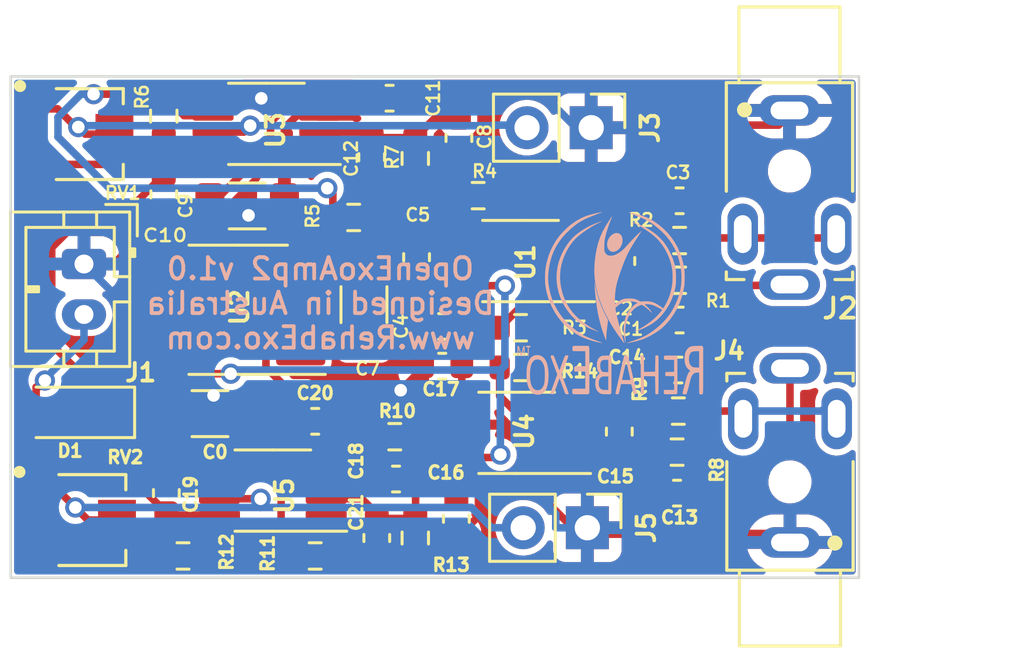
<source format=kicad_pcb>
(kicad_pcb (version 20211014) (generator pcbnew)
  (title_block (title "Differential Bio-amplifier") (date "2023-05-07") (rev "1.0") (company "RehabExo Pty Ltd") (comment 1 "Dr. Monzurul Alam"))
  (layers (0 "F.Cu" signal) (31 "B.Cu" signal) (34 "B.Paste" user) (35 "F.Paste" user) (36 "B.SilkS" user "B.Silkscreen") (37 "F.SilkS" user "F.Silkscreen") (38 "B.Mask" user) (39 "F.Mask" user) (44 "Edge.Cuts" user))
  (net 0 "")
  (net 1 "GND")
  (net 2 "Net-(C1-Pad2)")
  (net 3 "Net-(C2-Pad2)")
  (net 4 "/+Vcc")
  (net 5 "/-Vcc")
  (net 6 "Net-(C7-Pad1)")
  (net 7 "Net-(C7-Pad2)")
  (net 8 "Net-(C8-Pad1)")
  (net 9 "Net-(C12-Pad1)")
  (net 10 "/Vsig1")
  (net 11 "/Vsig2")
  (net 12 "/V1b")
  (net 13 "/V1a")
  (net 14 "Net-(R3-Pad1)")
  (net 15 "Net-(R3-Pad2)")
  (net 16 "Net-(R4-Pad1)")
  (net 17 "Net-(R5-Pad1)")
  (net 18 "Net-(R6-Pad2)")
  (net 22 "Net-(C13-Pad2)")
  (net 23 "Net-(C14-Pad1)")
  (net 24 "Net-(C18-Pad1)")
  (net 25 "Net-(C18-Pad2)")
  (net 26 "Net-(D1-Pad2)")
  (net 27 "Net-(R10-Pad1)")
  (net 28 "Net-(R11-Pad1)")
  (net 29 "Net-(R12-Pad2)")
  (net 30 "Net-(R14-Pad1)")
  (net 31 "Net-(R14-Pad2)")
  (net 32 "/Vout1")
  (net 33 "/V2b")
  (net 34 "/V2a")
  (net 35 "/Vout2")
  (footprint "Capacitor_SMD:C_0603_1608Metric" (layer "F.Cu") (at 117.3988 111.3536)
    (fp_text reference "C18")
    (fp_text value "4.7uF" hide)
  )
  (footprint "RehabExo:CUI_SJ1-2503A" (layer "F.Cu") (at 132.9743 96.7504)
    (fp_text reference "J2")
    (fp_text value "SJ1-2503A" hide)
  )
  (footprint "Capacitor_SMD:C_0603_1608Metric" (layer "F.Cu") (at 114.1984 109.0676 180)
    (fp_text reference "C20")
    (fp_text value "100nF" hide)
  )
  (footprint "RehabExo:TRIM_TC33X-2-104E" (layer "F.Cu") (at 104.9017 112.9792)
    (fp_text reference "RV2")
    (fp_text value "100K" hide)
  )
  (footprint "Connector_PinHeader_2.54mm:PinHeader_1x02_P2.54mm_Vertical" (layer "F.Cu") (at 124.973 113.284 -90)
    (fp_text reference "J5")
    (fp_text value "Output" hide)
  )
  (footprint "Package_SO:MSOP-8_3x3mm_P0.65mm" (layer "F.Cu") (at 112.522 111.8108 180)
    (fp_text reference "U5")
    (fp_text value "OP2177ARMZ" hide)
  )
  (footprint "Resistor_SMD:R_0603_1608Metric" (layer "F.Cu") (at 108.966 114.4016 180)
    (fp_text reference "R12")
    (fp_text value "100K" hide)
  )
  (footprint "Resistor_SMD:R_0603_1608Metric" (layer "F.Cu") (at 118.1608 113.6904 -90)
    (fp_text reference "R13")
    (fp_text value "100K" hide)
  )
  (footprint "Capacitor_SMD:C_1206_3216Metric" (layer "F.Cu") (at 116.1288 104.4448 90)
    (fp_text reference "C7")
    (fp_text value "10uF" hide)
  )
  (footprint "Capacitor_SMD:C_0603_1608Metric" (layer "F.Cu") (at 128.6256 105.0544 180)
    (fp_text reference "C1")
    (fp_text value "2.2pF" hide)
  )
  (footprint "Diode_SMD:D_SOD-123" (layer "F.Cu") (at 104.8004 108.712 180)
    (fp_text reference "D1")
    (fp_text value "1N4148" hide)
  )
  (footprint "Resistor_SMD:R_0603_1608Metric" (layer "F.Cu") (at 128.524 110.2868 180)
    (fp_text reference "R8")
    (fp_text value "10K" hide)
  )
  (footprint "Capacitor_SMD:C_0603_1608Metric" (layer "F.Cu") (at 117.1448 96.266)
    (fp_text reference "C11")
    (fp_text value "100nF" hide)
  )
  (footprint "Resistor_SMD:R_0603_1608Metric" (layer "F.Cu") (at 118.1608 98.6536 -90)
    (fp_text reference "R7")
    (fp_text value "100K" hide)
  )
  (footprint "Capacitor_SMD:C_0603_1608Metric" (layer "F.Cu") (at 119.7864 112.9284 -90)
    (fp_text reference "C16")
    (fp_text value "100nF" hide)
  )
  (footprint "Resistor_SMD:R_0603_1608Metric" (layer "F.Cu") (at 108.204 96.9772 -90)
    (fp_text reference "R6")
    (fp_text value "100K" hide)
  )
  (footprint "Capacitor_SMD:C_0603_1608Metric" (layer "F.Cu") (at 108.204 100.076 90)
    (fp_text reference "C10")
    (fp_text value "100nF" hide)
  )
  (footprint "RehabExo:CUI_SJ1-2503A" (layer "F.Cu") (at 132.9944 113.8664 180)
    (fp_text reference "J4")
    (fp_text value "SJ1-2503A" hide)
  )
  (footprint "Resistor_SMD:R_0603_1608Metric" (layer "F.Cu") (at 114.1984 114.4016)
    (fp_text reference "R11")
    (fp_text value "1K" hide)
  )
  (footprint "Capacitor_SMD:C_0603_1608Metric" (layer "F.Cu") (at 116.4336 98.6028 -90)
    (fp_text reference "C12")
    (fp_text value "1nF" hide)
  )
  (footprint "Package_SO:SOIC-8_3.9x4.9mm_P1.27mm" (layer "F.Cu") (at 111.1504 104.648 180)
    (fp_text reference "U2")
    (fp_text value "ICL7660" hide)
  )
  (footprint "Capacitor_SMD:C_0603_1608Metric" (layer "F.Cu") (at 126.238 109.474 90)
    (fp_text reference "C15")
    (fp_text value "10pF" hide)
  )
  (footprint "Resistor_SMD:R_0603_1608Metric" (layer "F.Cu") (at 128.6256 103.4796 180)
    (fp_text reference "R1")
    (fp_text value "10K" hide)
  )
  (footprint "Capacitor_SMD:C_0603_1608Metric" (layer "F.Cu") (at 128.6256 100.33)
    (fp_text reference "C3")
    (fp_text value "2.2pF" hide)
  )
  (footprint "Capacitor_SMD:C_0603_1608Metric" (layer "F.Cu") (at 128.524 111.9124 180)
    (fp_text reference "C13")
    (fp_text value "2.2pF" hide)
  )
  (footprint "Resistor_SMD:R_0603_1608Metric" (layer "F.Cu") (at 128.5748 108.6612 180)
    (fp_text reference "R9")
    (fp_text value "10K" hide)
  )
  (footprint "Capacitor_SMD:C_0603_1608Metric" (layer "F.Cu") (at 108.3056 111.9124 -90)
    (fp_text reference "C19")
    (fp_text value "100nF" hide)
  )
  (footprint "Package_SO:MSOP-8_3x3mm_P0.65mm" (layer "F.Cu") (at 122.3264 102.7176 180)
    (fp_text reference "U1")
    (fp_text value "AD8220ARMZ" hide)
  )
  (footprint "Package_SO:MSOP-8_3x3mm_P0.65mm" (layer "F.Cu") (at 122.174 109.5248 180)
    (fp_text reference "U4")
    (fp_text value "AD8220ARMZ" hide)
  )
  (footprint "Resistor_SMD:R_0603_1608Metric" (layer "F.Cu") (at 122.3264 106.934 180)
    (fp_text reference "R14")
    (fp_text value "5.49K" hide)
  )
  (footprint "Capacitor_SMD:C_0603_1608Metric" (layer "F.Cu") (at 119.888 97.8408 90)
    (fp_text reference "C8")
    (fp_text value "4.7uF" hide)
  )
  (footprint "Capacitor_SMD:C_0603_1608Metric" (layer "F.Cu") (at 119.2276 105.3084 180)
    (fp_text reference "C4")
    (fp_text value "100nF" hide)
  )
  (footprint "Resistor_SMD:R_0603_1608Metric" (layer "F.Cu") (at 122.3264 105.3592)
    (fp_text reference "R3")
    (fp_text value "5.49K" hide)
  )
  (footprint "Capacitor_SMD:C_0603_1608Metric" (layer "F.Cu") (at 118.2116 102.5652 -90)
    (fp_text reference "C5")
    (fp_text value "100nF" hide)
  )
  (footprint "Resistor_SMD:R_0603_1608Metric" (layer "F.Cu") (at 117.348 109.6772 180)
    (fp_text reference "R10")
    (fp_text value "56K" hide)
  )
  (footprint "RehabExo:TRIM_TC33X-2-104E" (layer "F.Cu") (at 104.8004 97.6884)
    (fp_text reference "RV1")
    (fp_text value "100K" hide)
  )
  (footprint "Connector_PinHeader_2.54mm:PinHeader_1x02_P2.54mm_Vertical" (layer "F.Cu") (at 125.1254 97.4344 -90)
    (fp_text reference "J3")
    (fp_text value "Output" hide)
  )
  (footprint "Capacitor_SMD:C_0603_1608Metric" (layer "F.Cu") (at 128.5748 107.0356)
    (fp_text reference "C14")
    (fp_text value "2.2pF" hide)
  )
  (footprint "Resistor_SMD:R_0603_1608Metric" (layer "F.Cu") (at 120.65 100.1268 180)
    (fp_text reference "R4")
    (fp_text value "56K" hide)
  )
  (footprint "Capacitor_SMD:C_0603_1608Metric" (layer "F.Cu") (at 126.3396 102.7176 90)
    (fp_text reference "C2")
    (fp_text value "10pF" hide)
  )
  (footprint "Capacitor_SMD:C_1206_3216Metric" (layer "F.Cu") (at 110.0328 108.7628)
    (fp_text reference "C0")
    (fp_text value "10uF" hide)
  )
  (footprint "Connector_JST:JST_PH_B2B-PH-K_1x02_P2.00mm_Vertical" (layer "F.Cu") (at 105.0456 102.8352 -90)
    (fp_text reference "J1")
    (fp_text value "Power" hide)
  )
  (footprint "Resistor_SMD:R_0603_1608Metric" (layer "F.Cu") (at 128.6256 101.9048 180)
    (fp_text reference "R2")
    (fp_text value "10K" hide)
  )
  (footprint "Capacitor_SMD:C_1206_3216Metric" (layer "F.Cu") (at 111.506 100.5332 180)
    (fp_text reference "C9")
    (fp_text value "10uF" hide)
  )
  (footprint "Resistor_SMD:R_0603_1608Metric" (layer "F.Cu") (at 115.7224 100.9904)
    (fp_text reference "R5")
    (fp_text value "1K" hide)
  )
  (footprint "Package_SO:MSOP-8_3x3mm_P0.65mm" (layer "F.Cu") (at 112.268 97.282 180)
    (fp_text reference "U3")
    (fp_text value "OP2177ARMZ" hide)
  )
  (footprint "Capacitor_SMD:C_0603_1608Metric" (layer "F.Cu") (at 119.2276 106.8832 180)
    (fp_text reference "C17")
    (fp_text value "100nF" hide)
  )
  (footprint "Capacitor_SMD:C_0603_1608Metric" (layer "F.Cu") (at 116.6368 113.6904 -90)
    (fp_text reference "C21")
    (fp_text value "1nF" hide)
  )
  (footprint "RehabExo:RehabExoNameLogo_8mmx11.3mm" (layer "B.Cu") (at 126.053428 105.44008 180)
    (fp_text reference "G***" hide)
    (fp_text value "LOGO" hide)
  )
  (gr_rect (start 102.1461 115.2652) (end 135.7249 95.4024) (layer "Edge.Cuts") (width 0.1) (fill none))
  (gr_text "OpenExoAmp2 v1.0\nDesigned in Australia\nwww.RehabExo.com" (at 114.4016 104.394) (layer "B.SilkS") (effects (font (size 0.85 0.85)) (justify mirror)))
  (segment (start 129.3498 105.1052) (end 129.4006 105.0544) (width 0.3) (layer "F.Cu") (net 1))
  (segment (start 118.2116 103.3402) (end 119.1592 102.3926) (width 0.3) (layer "F.Cu") (net 1))
  (segment (start 129.299 113.0028) (end 129.299 111.9124) (width 0.3) (layer "F.Cu") (net 1))
  (segment (start 129.807 113.5108) (end 129.299 113.0028) (width 0.3) (layer "F.Cu") (net 1))
  (segment (start 122.3591 111.5671) (end 122.3591 110.04) (width 0.3) (layer "F.Cu") (net 1))
  (segment (start 108.6072 110.8358) (end 108.3056 111.1374) (width 0.3) (layer "F.Cu") (net 1))
  (segment (start 129.299 113.0028) (end 128.7638 113.538) (width 0.3) (layer "F.Cu") (net 1))
  (segment (start 132.9944 113.8664) (end 132.6388 113.5108) (width 0.3) (layer "F.Cu") (net 1))
  (segment (start 123.2539 96.1644) (end 124.4223 97.3328) (width 0.3) (layer "F.Cu") (net 1))
  (segment (start 128.7638 113.538) (end 125.227 113.538) (width 0.3) (layer "F.Cu") (net 1))
  (segment (start 112.981 97.4463) (end 113.4703 96.957) (width 0.3) (layer "F.Cu") (net 1))
  (segment (start 124.973 113.284) (end 124.3925 113.284) (width 0.3) (layer "F.Cu") (net 1))
  (segment (start 112.981 100.5332) (end 112.981 97.4463) (width 0.3) (layer "F.Cu") (net 1))
  (segment (start 105.0456 102.8352) (end 106.2198 102.8352) (width 0.3) (layer "F.Cu") (net 1))
  (segment (start 132.6388 113.5108) (end 129.807 113.5108) (width 0.3) (layer "F.Cu") (net 1))
  (segment (start 113.205 109.1336) (end 113.205 110.9349) (width 0.3) (layer "F.Cu") (net 1))
  (segment (start 110.191 96.2715) (end 110.1555 96.307) (width 0.3) (layer "F.Cu") (net 1))
  (segment (start 122.3591 111.5671) (end 121.9227 111.5671) (width 0.3) (layer "F.Cu") (net 1))
  (segment (start 128.6256 104.2794) (end 128.6256 101.105) (width 0.3) (layer "F.Cu") (net 1))
  (segment (start 122.6756 111.5671) (end 122.3591 111.5671) (width 0.3) (layer "F.Cu") (net 1))
  (segment (start 125.227 113.538) (end 124.973 113.284) (width 0.3) (layer "F.Cu") (net 1))
  (segment (start 110.4095 110.8358) (end 108.6072 110.8358) (width 0.3) (layer "F.Cu") (net 1))
  (segment (start 111.5595 100.9069) (end 112.6073 100.9069) (width 0.3) (layer "F.Cu") (net 1))
  (segment (start 132.5443 97.3328) (end 132.9743 96.9028) (width 0.3) (layer "F.Cu") (net 1))
  (segment (start 112.6073 100.9069) (end 112.981 100.5332) (width 0.3) (layer "F.Cu") (net 1))
  (segment (start 118.4526 106.9665) (end 117.5829 107.8362) (width 0.3) (layer "F.Cu") (net 1))
  (segment (start 110.4095 110.6027) (end 110.4095 110.8358) (width 0.3) (layer "F.Cu") (net 1))
  (segment (start 128.6256 101.105) (end 129.4006 100.33) (width 0.3) (layer "F.Cu") (net 1))
  (segment (start 117.5751 104.013) (end 117.5751 103.9767) (width 0.3) (layer "F.Cu") (net 1))
  (segment (start 124.4223 97.3328) (end 129.4006 97.3328) (width 0.3) (layer "F.Cu") (net 1))
  (segment (start 117.9198 96.266) (end 118.0214 96.1644) (width 0.3) (layer "F.Cu") (net 1))
  (segment (start 121.9227 111.5671) (end 119.7864 113.7034) (width 0.3) (layer "F.Cu") (net 1))
  (segment (start 128.5748 107.8106) (end 129.3498 107.0356) (width 0.3) (layer "F.Cu") (net 1))
  (segment (start 118.4526 105.3084) (end 117.5751 104.4309) (width 0.3) (layer "F.Cu") (net 1))
  (segment (start 129.4006 105.0544) (end 128.6256 104.2794) (width 0.3) (layer "F.Cu") (net 1))
  (segment (start 117.5751 103.9767) (end 118.2116 103.3402) (width 0.3) (layer "F.Cu") (net 1))
  (segment (start 128.548 111.1614) (end 128.548 109.7628) (width 0.3) (layer "F.Cu") (net 1))
  (segment (start 118.4526 106.8832) (end 118.4526 106.9665) (width 0.3) (layer "F.Cu") (net 1))
  (segment (start 129.4006 97.3328) (end 132.5443 97.3328) (width 0.3) (layer "F.Cu") (net 1))
  (segment (start 113.4234 108.9152) (end 113.205 109.1336) (width 0.3) (layer "F.Cu") (net 1))
  (segment (start 111.8786 109.1336) (end 111.5078 108.7628) (width 0.3) (layer "F.Cu") (net 1))
  (segment (start 122.3591 110.04) (end 121.5189 109.1998) (width 0.3) (layer "F.Cu") (net 1))
  (segment (start 113.205 109.1336) (end 111.8786 109.1336) (width 0.3) (layer "F.Cu") (net 1))
  (segment (start 113.205 110.9349) (end 113.7559 111.4858) (width 0.3) (layer "F.Cu") (net 1))
  (segment (start 118.4526 105.3084) (end 118.4526 106.8832) (width 0.3) (layer "F.Cu") (net 1))
  (segment (start 117.5751 104.4309) (end 117.5751 104.013) (width 0.3) (layer "F.Cu") (net 1))
  (segment (start 129.299 111.9124) (end 128.548 111.1614) (width 0.3) (layer "F.Cu") (net 1))
  (segment (start 113.6254 104.013) (end 117.5751 104.013) (width 0.3) (layer "F.Cu") (net 1))
  (segment (start 118.0214 96.1644) (end 123.2539 96.1644) (width 0.3) (layer "F.Cu") (net 1))
  (segment (start 128.5748 109.736) (end 128.5748 107.8106) (width 0.3) (layer "F.Cu") (net 1))
  (segment (start 112.0648 96.2715) (end 110.191 96.2715) (width 0.3) (layer "F.Cu") (net 1))
  (segment (start 119.1592 102.3926) (end 120.2139 102.3926) (width 0.3) (layer "F.Cu") (net 1))
  (segment (start 121.5189 109.1998) (end 120.0615 109.1998) (width 0.3) (layer "F.Cu") (net 1))
  (segment (start 113.4703 96.957) (end 114.3805 96.957) (width 0.3) (layer "F.Cu") (net 1))
  (segment (start 110.176 108.0416) (end 110.7866 108.0416) (width 0.3) (layer "F.Cu") (net 1))
  (segment (start 129.3498 107.0356) (end 129.3498 105.1052) (width 0.3) (layer "F.Cu") (net 1))
  (segment (start 111.8786 109.1336) (end 110.4095 110.6027) (width 0.3) (layer "F.Cu") (net 1))
  (segment (start 113.7559 111.4858) (end 114.6345 111.4858) (width 0.3) (layer "F.Cu") (net 1))
  (segment (start 124.3925 113.284) (end 122.6756 111.5671) (width 0.3) (layer "F.Cu") (net 1))
  (segment (start 106.2198 102.8352) (end 108.204 100.851) (width 0.3) (layer "F.Cu") (net 1))
  (segment (start 128.548 109.7628) (end 128.5748 109.736) (width 0.3) (layer "F.Cu") (net 1))
  (segment (start 110.7866 108.0416) (end 111.5078 108.7628) (width 0.3) (layer "F.Cu") (net 1))
  (segment (start 129.4006 100.33) (end 129.4006 97.3328) (width 0.3) (layer "F.Cu") (net 1))
  (via (at 117.5829 107.8362) (size 0.8) (drill 0.5) (layers "F.Cu" "B.Cu") (net 1))
  (via (at 112.0648 96.2715) (size 0.8) (drill 0.5) (layers "F.Cu" "B.Cu") (net 1))
  (via (at 111.5595 100.9069) (size 0.8) (drill 0.5) (layers "F.Cu" "B.Cu") (net 1))
  (via (at 110.176 108.0416) (size 0.8) (drill 0.5) (layers "F.Cu" "B.Cu") (net 1))
  (segment (start 125.1254 97.3328) (end 124.4222 97.3328) (width 0.3) (layer "B.Cu") (net 1))
  (segment (start 105.0456 102.8352) (end 107.1829 104.9725) (width 0.3) (layer "B.Cu") (net 1))
  (segment (start 117.5829 107.9817) (end 110.5031 107.9817) (width 0.3) (layer "B.Cu") (net 1))
  (segment (start 123.7229 112.7371) (end 123.7229 113.284) (width 0.3) (layer "B.Cu") (net 1))
  (segment (start 107.1829 104.9725) (end 107.4939 104.9725) (width 0.3) (layer "B.Cu") (net 1))
  (segment (start 122.5888 111.603) (end 123.7229 112.7371) (width 0.3) (layer "B.Cu") (net 1))
  (segment (start 112.1719 96.1644) (end 112.0648 96.2715) (width 0.3) (layer "B.Cu") (net 1))
  (segment (start 110.5031 107.9818) (end 110.2358 107.9818) (width 0.3) (layer "B.Cu") (net 1))
  (segment (start 117.5829 107.8362) (end 117.5829 107.9817) (width 0.3) (layer "B.Cu") (net 1))
  (segment (start 110.5031 107.9817) (end 107.4939 104.9725) (width 0.3) (layer "B.Cu") (net 1))
  (segment (start 110.2358 107.9818) (end 110.176 108.0416) (width 0.3) (layer "B.Cu") (net 1))
  (segment (start 107.4939 104.9725) (end 111.5595 100.9069) (width 0.3) (layer "B.Cu") (net 1))
  (segment (start 121.2042 111.603) (end 122.5888 111.603) (width 0.3) (layer "B.Cu") (net 1))
  (segment (start 124.4222 97.3328) (end 123.2538 96.1644) (width 0.3) (layer "B.Cu") (net 1))
  (segment (start 110.5031 107.9817) (end 110.5031 107.9818) (width 0.3) (layer "B.Cu") (net 1))
  (segment (start 123.2538 96.1644) (end 112.1719 96.1644) (width 0.3) (layer "B.Cu") (net 1))
  (segment (start 117.5829 107.9817) (end 121.2042 111.603) (width 0.3) (layer "B.Cu") (net 1))
  (segment (start 124.973 113.284) (end 123.7229 113.284) (width 0.3) (layer "B.Cu") (net 1))
  (segment (start 126.1396 103.6926) (end 126.3396 103.4926) (width 0.3) (layer "F.Cu") (net 2))
  (segment (start 126.3396 103.4926) (end 127.7876 103.4926) (width 0.3) (layer "F.Cu") (net 2))
  (segment (start 127.7876 104.9914) (end 127.8506 105.0544) (width 0.3) (layer "F.Cu") (net 2))
  (segment (start 124.4389 103.6926) (end 126.1396 103.6926) (width 0.3) (layer "F.Cu") (net 2))
  (segment (start 127.7876 103.4926) (end 127.8006 103.4796) (width 0.3) (layer "F.Cu") (net 2))
  (segment (start 127.7876 103.4926) (end 127.7876 104.9914) (width 0.3) (layer "F.Cu") (net 2))
  (segment (start 126.1396 101.7426) (end 126.3396 101.9426) (width 0.3) (layer "F.Cu") (net 3))
  (segment (start 127.8006 101.9048) (end 127.8006 100.38) (width 0.3) (layer "F.Cu") (net 3))
  (segment (start 127.8006 100.38) (end 127.8506 100.33) (width 0.3) (layer "F.Cu") (net 3))
  (segment (start 124.4389 101.7426) (end 126.1396 101.7426) (width 0.3) (layer "F.Cu") (net 3))
  (segment (start 126.3774 101.9048) (end 126.3396 101.9426) (width 0.3) (layer "F.Cu") (net 3))
  (segment (start 127.8006 101.9048) (end 126.3774 101.9048) (width 0.3) (layer "F.Cu") (net 3))
  (segment (start 120.0026 103.9039) (end 120.2139 103.6926) (width 0.3) (layer "F.Cu") (net 4))
  (segment (start 108.5578 108.7628) (end 108.5578 107.4533) (width 0.3) (layer "F.Cu") (net 4))
  (segment (start 108.8295 107.1816) (end 108.8295 106.7071) (width 0.3) (layer "F.Cu") (net 4))
  (segment (start 106.4504 108.712) (end 106.5012 108.7628) (width 0.3) (layer "F.Cu") (net 4))
  (segment (start 121.4155 110.4998) (end 120.0615 110.4998) (width 0.3) (layer "F.Cu") (net 4))
  (segment (start 108.204 99.301) (end 106.6734 100.8316) (width 0.3) (layer "F.Cu") (net 4))
  (segment (start 108.404 112.7858) (end 110.4095 112.7858) (width 0.3) (layer "F.Cu") (net 4))
  (segment (start 107.3846 111.7664) (end 108.3056 112.6874) (width 0.3) (layer "F.Cu") (net 4))
  (segment (start 106.6734 100.8316) (end 105.1208 100.8316) (width 0.3) (layer "F.Cu") (net 4))
  (segment (start 103.7679 102.1845) (end 103.7679 106.0295) (width 0.3) (layer "F.Cu") (net 4))
  (segment (start 120.0026 105.3084) (end 120.0026 103.9039) (width 0.3) (layer "F.Cu") (net 4))
  (segment (start 105.1208 100.8316) (end 103.7679 102.1845) (width 0.3) (layer "F.Cu") (net 4))
  (segment (start 108.5578 107.4533) (end 108.8295 107.1816) (width 0.3) (layer "F.Cu") (net 4))
  (segment (start 120.0615 110.4998) (end 120.0615 111.8783) (width 0.3) (layer "F.Cu") (net 4))
  (segment (start 108.8295 106.7071) (end 108.6754 106.553) (width 0.3) (layer "F.Cu") (net 4))
  (segment (start 107.3846 108.7628) (end 108.5578 108.7628) (width 0.3) (layer "F.Cu") (net 4))
  (segment (start 107.3846 108.7628) (end 107.3846 111.7664) (width 0.3) (layer "F.Cu") (net 4))
  (segment (start 106.5012 108.7628) (end 107.3846 108.7628) (width 0.3) (layer "F.Cu") (net 4))
  (segment (start 121.5295 110.3858) (end 121.4155 110.4998) (width 0.3) (layer "F.Cu") (net 4))
  (segment (start 110.1555 98.257) (end 109.248 98.257) (width 0.3) (layer "F.Cu") (net 4))
  (segment (start 109.248 98.257) (end 108.204 99.301) (width 0.3) (layer "F.Cu") (net 4))
  (segment (start 108.3056 112.6874) (end 108.404 112.7858) (width 0.3) (layer "F.Cu") (net 4))
  (segment (start 120.0615 111.8783) (end 119.7864 112.1534) (width 0.3) (layer "F.Cu") (net 4))
  (segment (start 103.7679 106.0295) (end 106.4504 108.712) (width 0.3) (layer "F.Cu") (net 4))
  (segment (start 108.8295 107.1816) (end 110.8543 107.1816) (width 0.3) (layer "F.Cu") (net 4))
  (segment (start 120.2139 103.6926) (end 121.7096 103.6926) (width 0.3) (layer "F.Cu") (net 4))
  (via (at 110.8543 107.1816) (size 0.8) (drill 0.5) (layers "F.Cu" "B.Cu") (net 4))
  (via (at 121.5295 110.3858) (size 0.8) (drill 0.5) (layers "F.Cu" "B.Cu") (net 4))
  (via (at 121.7096 103.6926) (size 0.8) (drill 0.5) (layers "F.Cu" "B.Cu") (net 4))
  (segment (start 121.5295 107.0361) (end 121.7096 106.856) (width 0.3) (layer "B.Cu") (net 4))
  (segment (start 110.9998 107.0361) (end 121.5295 107.0361) (width 0.3) (layer "B.Cu") (net 4))
  (segment (start 110.8543 107.1816) (end 110.9998 107.0361) (width 0.3) (layer "B.Cu") (net 4))
  (segment (start 121.7096 106.856) (end 121.7096 103.6926) (width 0.3) (layer "B.Cu") (net 4))
  (segment (start 121.5295 107.0361) (end 121.5295 110.3858) (width 0.3) (layer "B.Cu") (net 4))
  (segment (start 114.9734 110.4969) (end 114.6345 110.8358) (width 0.3) (layer "F.Cu") (net 5))
  (segment (start 114.3805 96.307) (end 113.3422 96.307) (width 0.3) (layer "F.Cu") (net 5))
  (segment (start 114.9734 108.9152) (end 114.9734 110.4969) (width 0.3) (layer "F.Cu") (net 5))
  (segment (start 113.3422 96.307) (end 112.4308 97.2184) (width 0.3) (layer "F.Cu") (net 5))
  (segment (start 113.1161 107.7976) (end 113.8558 107.7976) (width 0.3) (layer "F.Cu") (net 5))
  (segment (start 115.405289 108.635711) (end 114.9734 109.0676) (width 0.3) (layer "F.Cu") (net 5))
  (segment (start 113.8558 107.7976) (end 114.9734 108.9152) (width 0.3) (layer "F.Cu") (net 5))
  (segment (start 110.4581 100.9603) (end 111.4278 101.93) (width 0.3) (layer "F.Cu") (net 5))
  (segment (start 112.4308 97.2184) (end 112.4308 98.1334) (width 0.3) (layer "F.Cu") (net 5))
  (segment (start 120.0615 108.5498) (end 120.01102 108.60028) (width 0.3) (layer "F.Cu") (net 5))
  (segment (start 118.2116 101.7902) (end 118.2592 101.7426) (width 0.3) (layer "F.Cu") (net 5))
  (segment (start 112.2492 101.93) (end 118.0718 101.93) (width 0.3) (layer "F.Cu") (net 5))
  (segment (start 112.2492 106.9307) (end 113.1161 107.7976) (width 0.3) (layer "F.Cu") (net 5))
  (segment (start 117.914069 108.635711) (end 115.405289 108.635711) (width 0.3) (layer "F.Cu") (net 5))
  (segment (start 114.9734 109.0676) (end 114.9734 108.9152) (width 0.3) (layer "F.Cu") (net 5))
  (segment (start 118.0718 101.93) (end 118.2116 101.7902) (width 0.3) (layer "F.Cu") (net 5))
  (segment (start 116.3288 96.307) (end 114.3805 96.307) (width 0.3) (layer "F.Cu") (net 5))
  (segment (start 118.2592 101.7426) (end 120.2139 101.7426) (width 0.3) (layer "F.Cu") (net 5))
  (segment (start 112.2492 101.93) (end 112.2492 106.9307) (width 0.3) (layer "F.Cu") (net 5))
  (segment (start 120.01102 108.60028) (end 117.9495 108.60028) (width 0.3) (layer "F.Cu") (net 5))
  (segment (start 116.3698 96.266) (end 116.3288 96.307) (width 0.3) (layer "F.Cu") (net 5))
  (segment (start 111.4278 101.93) (end 112.2492 101.93) (width 0.3) (layer "F.Cu") (net 5))
  (segment (start 110.031 100.5332) (end 110.4581 100.9603) (width 0.3) (layer "F.Cu") (net 5))
  (segment (start 112.4308 98.1334) (end 110.031 100.5332) (width 0.3) (layer "F.Cu") (net 5))
  (segment (start 117.9495 108.60028) (end 117.914069 108.635711) (width 0.3) (layer "F.Cu") (net 5))
  (segment (start 120.0026 108.4909) (end 120.0615 108.5498) (width 0.3) (layer "F.Cu") (net 5))
  (segment (start 110.4581 100.9603) (end 108.6754 102.743) (width 0.3) (layer "F.Cu") (net 5))
  (segment (start 120.0026 106.8832) (end 120.0026 108.4909) (width 0.3) (layer "F.Cu") (net 5))
  (segment (start 113.6254 105.283) (end 113.6508 105.3084) (width 0.3) (layer "F.Cu") (net 6))
  (segment (start 113.6508 105.3084) (end 115.5174 105.3084) (width 0.3) (layer "F.Cu") (net 6))
  (segment (start 115.5174 105.3084) (end 116.1288 105.9198) (width 0.3) (layer "F.Cu") (net 6))
  (segment (start 115.902 102.743) (end 116.1288 102.9698) (width 0.3) (layer "F.Cu") (net 7))
  (segment (start 113.6254 102.743) (end 115.902 102.743) (width 0.3) (layer "F.Cu") (net 7))
  (segment (start 119.825 100.1268) (end 119.888 100.0638) (width 0.3) (layer "F.Cu") (net 8))
  (segment (start 119.888 100.0638) (end 119.888 98.6158) (width 0.3) (layer "F.Cu") (net 8))
  (segment (start 118.16 97.8278) (end 118.1608 97.8286) (width 0.3) (layer "F.Cu") (net 9))
  (segment (start 116.2128 97.607) (end 116.4336 97.8278) (width 0.3) (layer "F.Cu") (net 9))
  (segment (start 118.9236 97.0658) (end 118.1608 97.8286) (width 0.3) (layer "F.Cu") (net 9))
  (segment (start 116.4336 97.8278) (end 118.16 97.8278) (width 0.3) (layer "F.Cu") (net 9))
  (segment (start 119.888 97.0658) (end 118.9236 97.0658) (width 0.3) (layer "F.Cu") (net 9))
  (segment (start 114.3805 97.607) (end 116.2128 97.607) (width 0.3) (layer "F.Cu") (net 9))
  (segment (start 116.5344 99.4786) (end 116.5474 99.4786) (width 0.3) (layer "F.Cu") (net 10))
  (segment (start 116.5474 99.4786) (end 116.5474 100.9904) (width 0.3) (layer "F.Cu") (net 10))
  (segment (start 116.5474 99.4786) (end 118.1608 99.4786) (width 0.3) (layer "F.Cu") (net 10))
  (segment (start 115.5013 99.3778) (end 116.4336 99.3778) (width 0.3) (layer "F.Cu") (net 10))
  (segment (start 116.4336 99.3778) (end 116.5344 99.4786) (width 0.3) (layer "F.Cu") (net 10))
  (segment (start 114.3805 98.257) (end 115.5013 99.3778) (width 0.3) (layer "F.Cu") (net 10))
  (segment (start 115.0234 114.4016) (end 115.0234 113.1747) (width 0.3) (layer "F.Cu") (net 11))
  (segment (start 115.0234 113.1747) (end 114.6345 112.7858) (width 0.3) (layer "F.Cu") (net 11))
  (segment (start 118.1608 114.5154) (end 118.1108 114.4654) (width 0.3) (layer "F.Cu") (net 11))
  (segment (start 118.1108 114.4654) (end 116.6368 114.4654) (width 0.3) (layer "F.Cu") (net 11))
  (segment (start 115.0872 114.4654) (end 115.0234 114.4016) (width 0.3) (layer "F.Cu") (net 11))
  (segment (start 116.6368 114.4654) (end 115.0872 114.4654) (width 0.3) (layer "F.Cu") (net 11))
  (segment (start 129.4506 101.9048) (end 129.5526 101.8028) (width 0.3) (layer "F.Cu") (net 12))
  (segment (start 129.5526 101.8028) (end 134.8243 101.8028) (width 0.3) (layer "F.Cu") (net 12))
  (segment (start 129.6538 103.6828) (end 132.8543 103.6828) (width 0.3) (layer "F.Cu") (net 13))
  (segment (start 129.4506 103.4796) (end 129.6538 103.6828) (width 0.3) (layer "F.Cu") (net 13))
  (segment (start 132.8543 103.6828) (end 132.9743 103.8028) (width 0.3) (layer "F.Cu") (net 13))
  (segment (start 121.5014 105.3592) (end 122.5771 104.2835) (width 0.3) (layer "F.Cu") (net 14))
  (segment (start 122.5771 103.1924) (end 123.3769 102.3926) (width 0.3) (layer "F.Cu") (net 14))
  (segment (start 122.5771 104.2835) (end 122.5771 103.1924) (width 0.3) (layer "F.Cu") (net 14))
  (segment (start 123.3769 102.3926) (end 124.4389 102.3926) (width 0.3) (layer "F.Cu") (net 14))
  (segment (start 123.1514 103.4092) (end 123.1514 105.3592) (width 0.3) (layer "F.Cu") (net 15))
  (segment (start 124.4389 103.0426) (end 123.518 103.0426) (width 0.3) (layer "F.Cu") (net 15))
  (segment (start 123.518 103.0426) (end 123.1514 103.4092) (width 0.3) (layer "F.Cu") (net 15))
  (segment (start 121.475 102.6688) (end 121.1012 103.0426) (width 0.3) (layer "F.Cu") (net 16))
  (segment (start 121.1012 103.0426) (end 120.2139 103.0426) (width 0.3) (layer "F.Cu") (net 16))
  (segment (start 121.475 100.1268) (end 121.475 102.6688) (width 0.3) (layer "F.Cu") (net 16))
  (segment (start 108.1585 96.1067) (end 105.4245 96.1067) (width 0.3) (layer "F.Cu") (net 17))
  (segment (start 109.0088 96.957) (end 108.204 96.1522) (width 0.3) (layer "F.Cu") (net 17))
  (segment (start 114.8974 100.0526) (end 114.8974 100.9904) (width 0.3) (layer "F.Cu") (net 17))
  (segment (start 108.204 96.1522) (end 108.1585 96.1067) (width 0.3) (layer "F.Cu") (net 17))
  (segment (start 110.1555 96.957) (end 109.0088 96.957) (width 0.3) (layer "F.Cu") (net 17))
  (segment (start 114.6768 99.832) (end 114.8974 100.0526) (width 0.3) (layer "F.Cu") (net 17))
  (via (at 105.4245 96.1067) (size 0.8) (drill 0.5) (layers "F.Cu" "B.Cu") (net 17))
  (via (at 114.6768 99.832) (size 0.8) (drill 0.5) (layers "F.Cu" "B.Cu") (net 17))
  (segment (start 104.9264 96.1067) (end 104.0165 97.0166) (width 0.3) (layer "B.Cu") (net 17))
  (segment (start 104.0165 97.8007) (end 106.0478 99.832) (width 0.3) (layer "B.Cu") (net 17))
  (segment (start 105.4245 96.1067) (end 104.9264 96.1067) (width 0.3) (layer "B.Cu") (net 17))
  (segment (start 106.0478 99.832) (end 114.6768 99.832) (width 0.3) (layer "B.Cu") (net 17))
  (segment (start 104.0165 97.0166) (end 104.0165 97.8007) (width 0.3) (layer "B.Cu") (net 17))
  (segment (start 103.0004 98.6884) (end 103.2006 98.8886) (width 0.3) (layer "F.Cu") (net 18))
  (segment (start 108.204 97.9323) (end 108.204 97.8022) (width 0.3) (layer "F.Cu") (net 18))
  (segment (start 107.2477 98.8886) (end 108.204 97.9323) (width 0.3) (layer "F.Cu") (net 18))
  (segment (start 103.2006 98.8886) (end 107.2477 98.8886) (width 0.3) (layer "F.Cu") (net 18))
  (segment (start 124.2865 110.4998) (end 125.9872 110.4998) (width 0.3) (layer "F.Cu") (net 22))
  (segment (start 127.699 111.8624) (end 127.699 110.2868) (width 0.3) (layer "F.Cu") (net 22))
  (segment (start 125.9872 110.4998) (end 126.238 110.249) (width 0.3) (layer "F.Cu") (net 22))
  (segment (start 127.749 111.9124) (end 127.699 111.8624) (width 0.3) (layer "F.Cu") (net 22))
  (segment (start 126.2758 110.2868) (end 126.238 110.249) (width 0.3) (layer "F.Cu") (net 22))
  (segment (start 127.699 110.2868) (end 126.2758 110.2868) (width 0.3) (layer "F.Cu") (net 22))
  (segment (start 124.2865 108.5498) (end 126.0888 108.5498) (width 0.3) (layer "F.Cu") (net 23))
  (segment (start 127.7998 108.6112) (end 127.7498 108.6612) (width 0.3) (layer "F.Cu") (net 23))
  (segment (start 127.7498 108.6612) (end 126.2758 108.6612) (width 0.3) (layer "F.Cu") (net 23))
  (segment (start 127.7998 107.0356) (end 127.7998 108.6112) (width 0.3) (layer "F.Cu") (net 23))
  (segment (start 126.0888 108.5498) (end 126.238 108.699) (width 0.3) (layer "F.Cu") (net 23))
  (segment (start 126.2758 108.6612) (end 126.238 108.699) (width 0.3) (layer "F.Cu") (net 23))
  (segment (start 116.523 109.6772) (end 116.6238 109.778) (width 0.3) (layer "F.Cu") (net 24))
  (segment (start 116.6238 109.778) (end 116.6238 111.3536) (width 0.3) (layer "F.Cu") (net 24))
  (segment (start 118.1608 112.8654) (end 118.1738 112.8524) (width 0.3) (layer "F.Cu") (net 25))
  (segment (start 116.8349 112.9154) (end 116.6368 112.9154) (width 0.3) (layer "F.Cu") (net 25))
  (segment (start 116.0456 112.1358) (end 114.6345 112.1358) (width 0.3) (layer "F.Cu") (net 25))
  (segment (start 118.1738 112.8524) (end 118.1738 111.3536) (width 0.3) (layer "F.Cu") (net 25))
  (segment (start 118.1108 112.9154) (end 118.1608 112.8654) (width 0.3) (layer "F.Cu") (net 25))
  (segment (start 116.8252 112.9154) (end 116.0456 112.1358) (width 0.3) (layer "F.Cu") (net 25))
  (segment (start 116.8349 112.9154) (end 118.1108 112.9154) (width 0.3) (layer "F.Cu") (net 25))
  (segment (start 116.8349 112.9154) (end 116.8252 112.9154) (width 0.3) (layer "F.Cu") (net 25))
  (segment (start 103.1504 108.712) (end 103.1504 107.7119) (width 0.3) (layer "F.Cu") (net 26))
  (segment (start 103.237 107.7119) (end 103.1504 107.7119) (width 0.3) (layer "F.Cu") (net 26))
  (segment (start 103.4981 107.4508) (end 103.237 107.7119) (width 0.3) (layer "F.Cu") (net 26))
  (via (at 103.4981 107.4508) (size 0.8) (drill 0.5) (layers "F.Cu" "B.Cu") (net 26))
  (segment (start 103.4981 107.3828) (end 103.4981 107.4508) (width 0.3) (layer "B.Cu") (net 26))
  (segment (start 105.0456 104.8352) (end 105.0456 105.8353) (width 0.3) (layer "B.Cu") (net 26))
  (segment (start 105.0456 105.8353) (end 103.4981 107.3828) (width 0.3) (layer "B.Cu") (net 26))
  (segment (start 118.3456 109.8498) (end 120.0615 109.8498) (width 0.3) (layer "F.Cu") (net 27))
  (segment (start 118.173 109.6772) (end 118.3456 109.8498) (width 0.3) (layer "F.Cu") (net 27))
  (segment (start 111.7433 111.2998) (end 111.5573 111.4858) (width 0.3) (layer "F.Cu") (net 28))
  (segment (start 112.8489 114.4016) (end 109.791 114.4016) (width 0.3) (layer "F.Cu") (net 28))
  (segment (start 112.3371 111.2998) (end 111.7433 111.2998) (width 0.3) (layer "F.Cu") (net 28))
  (segment (start 111.5573 111.4858) (end 110.4095 111.4858) (width 0.3) (layer "F.Cu") (net 28))
  (segment (start 112.8489 114.4016) (end 112.8489 111.8116) (width 0.3) (layer "F.Cu") (net 28))
  (segment (start 112.8489 111.8116) (end 112.3371 111.2998) (width 0.3) (layer "F.Cu") (net 28))
  (segment (start 113.3734 114.4016) (end 112.8489 114.4016) (width 0.3) (layer "F.Cu") (net 28))
  (segment (start 103.1017 113.9792) (end 104.1018 113.9792) (width 0.3) (layer "F.Cu") (net 29))
  (segment (start 108.141 114.4016) (end 104.5242 114.4016) (width 0.3) (layer "F.Cu") (net 29))
  (segment (start 104.5242 114.4016) (end 104.1018 113.9792) (width 0.3) (layer "F.Cu") (net 29))
  (segment (start 123.411 109.1998) (end 123.0391 108.8279) (width 0.3) (layer "F.Cu") (net 30))
  (segment (start 123.0391 108.8279) (end 123.0391 107.0463) (width 0.3) (layer "F.Cu") (net 30))
  (segment (start 123.0391 107.0463) (end 123.1514 106.934) (width 0.3) (layer "F.Cu") (net 30))
  (segment (start 124.2865 109.1998) (end 123.411 109.1998) (width 0.3) (layer "F.Cu") (net 30))
  (segment (start 123.283 109.8498) (end 121.5014 108.0682) (width 0.3) (layer "F.Cu") (net 31))
  (segment (start 121.5014 108.0682) (end 121.5014 106.934) (width 0.3) (layer "F.Cu") (net 31))
  (segment (start 124.2865 109.8498) (end 123.283 109.8498) (width 0.3) (layer "F.Cu") (net 31))
  (segment (start 105.1003 97.6884) (end 104.8205 97.4086) (width 0.3) (layer "F.Cu") (net 32))
  (segment (start 110.1555 97.607) (end 111.3724 97.607) (width 0.3) (layer "F.Cu") (net 32))
  (segment (start 104.7207 97.4086) (end 104.0005 96.6884) (width 0.3) (layer "F.Cu") (net 32))
  (segment (start 106.2504 97.6884) (end 105.1003 97.6884) (width 0.3) (layer "F.Cu") (net 32))
  (segment (start 103.0004 96.6884) (end 104.0005 96.6884) (width 0.3) (layer "F.Cu") (net 32))
  (segment (start 104.8205 97.4086) (end 104.7207 97.4086) (width 0.3) (layer "F.Cu") (net 32))
  (segment (start 111.3724 97.607) (end 111.6246 97.3548) (width 0.3) (layer "F.Cu") (net 32))
  (via (at 104.8205 97.4086) (size 0.8) (drill 0.5) (layers "F.Cu" "B.Cu") (net 32))
  (via (at 111.6246 97.3548) (size 0.8) (drill 0.5) (layers "F.Cu" "B.Cu") (net 32))
  (segment (start 121.3133 97.3548) (end 111.6246 97.3548) (width 0.3) (layer "B.Cu") (net 32))
  (segment (start 122.5854 97.3328) (end 121.3353 97.3328) (width 0.3) (layer "B.Cu") (net 32))
  (segment (start 121.3353 97.3328) (end 121.3133 97.3548) (width 0.3) (layer "B.Cu") (net 32))
  (segment (start 111.6246 97.3548) (end 104.8743 97.3548) (width 0.3) (layer "B.Cu") (net 32))
  (segment (start 104.8743 97.3548) (end 104.8205 97.4086) (width 0.3) (layer "B.Cu") (net 32))
  (segment (start 129.3998 108.6612) (end 131.1137 108.6612) (width 0.3) (layer "F.Cu") (net 33))
  (segment (start 131.1137 108.6612) (end 131.1137 108.1028) (width 0.3) (layer "F.Cu") (net 33))
  (segment (start 131.1137 108.1028) (end 131.6721 108.6612) (width 0.3) (layer "B.Cu") (net 33))
  (segment (start 131.6721 108.6612) (end 134.2553 108.6612) (width 0.3) (layer "B.Cu") (net 33))
  (segment (start 134.2553 108.6612) (end 134.8137 108.1028) (width 0.3) (layer "B.Cu") (net 33))
  (segment (start 132.9944 106.9664) (end 132.9944 109.474) (width 0.3) (layer "F.Cu") (net 34))
  (segment (start 131.826 110.6424) (end 129.7046 110.6424) (width 0.3) (layer "F.Cu") (net 34))
  (segment (start 129.7046 110.6424) (end 129.349 110.2868) (width 0.3) (layer "F.Cu") (net 34))
  (segment (start 132.9944 109.474) (end 131.826 110.6424) (width 0.3) (layer "F.Cu") (net 34))
  (segment (start 104.703 112.4806) (end 104.2016 111.9792) (width 0.3) (layer "F.Cu") (net 35))
  (segment (start 104.2016 111.9792) (end 104.1018 111.9792) (width 0.3) (layer "F.Cu") (net 35))
  (segment (start 110.4095 112.1358) (end 112.0389 112.1358) (width 0.3) (layer "F.Cu") (net 35))
  (segment (start 105.2016 112.9792) (end 104.703 112.4806) (width 0.3) (layer "F.Cu") (net 35))
  (segment (start 106.3517 112.9792) (end 105.2016 112.9792) (width 0.3) (layer "F.Cu") (net 35))
  (segment (start 103.1017 111.9792) (end 104.1018 111.9792) (width 0.3) (layer "F.Cu") (net 35))
  (via (at 104.703 112.4806) (size 0.8) (drill 0.5) (layers "F.Cu" "B.Cu") (net 35))
  (via (at 112.0389 112.1358) (size 0.8) (drill 0.5) (layers "F.Cu" "B.Cu") (net 35))
  (segment (start 112.0389 112.4806) (end 112.0389 112.1358) (width 0.3) (layer "B.Cu") (net 35))
  (segment (start 112.0389 112.4806) (end 104.703 112.4806) (width 0.3) (layer "B.Cu") (net 35))
  (segment (start 122.433 113.284) (end 121.1829 113.284) (width 0.3) (layer "B.Cu") (net 35))
  (segment (start 121.1829 113.284) (end 120.3795 112.4806) (width 0.3) (layer "B.Cu") (net 35))
  (segment (start 120.3795 112.4806) (end 112.0389 112.4806) (width 0.3) (layer "B.Cu") (net 35))
  (zone (net 1) (net_name "GND") (layers F&B.Cu) (connect_pads (clearance 0.13)) (min_thickness 0.254) (fill yes (thermal_gap 0.508) (thermal_bridge_width 0.508))
    (polygon (pts (xy 135.8392 95.4532) (xy 135.7376 115.2652) (xy 102.1588 115.316) (xy 102.1588 95.3008)))
  )
)
</source>
